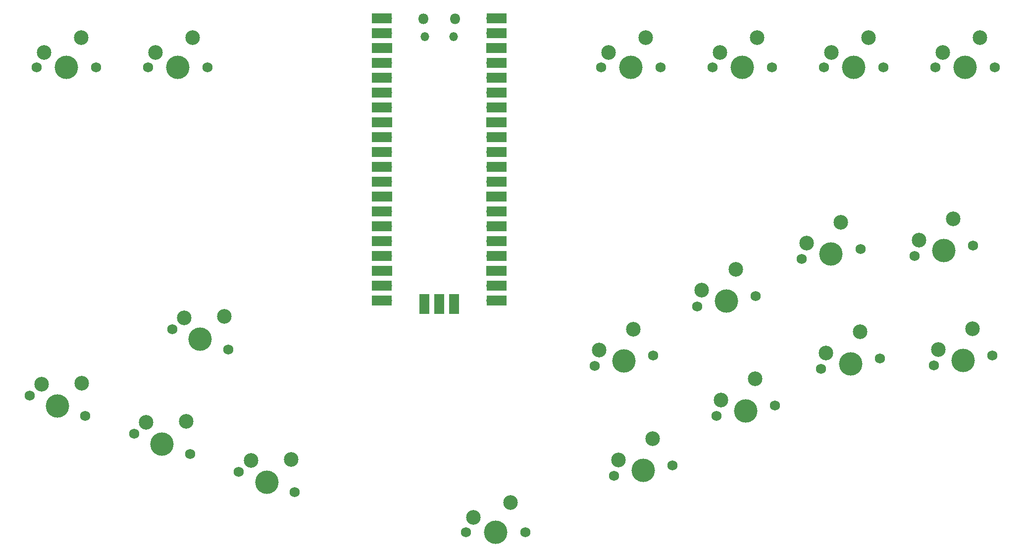
<source format=gbr>
%TF.GenerationSoftware,KiCad,Pcbnew,(6.0.4)*%
%TF.CreationDate,2022-07-04T15:55:19-04:00*%
%TF.ProjectId,cassowary,63617373-6f77-4617-9279-2e6b69636164,rev?*%
%TF.SameCoordinates,Original*%
%TF.FileFunction,Soldermask,Bot*%
%TF.FilePolarity,Negative*%
%FSLAX46Y46*%
G04 Gerber Fmt 4.6, Leading zero omitted, Abs format (unit mm)*
G04 Created by KiCad (PCBNEW (6.0.4)) date 2022-07-04 15:55:19*
%MOMM*%
%LPD*%
G01*
G04 APERTURE LIST*
%ADD10C,2.500000*%
%ADD11C,4.000000*%
%ADD12C,1.750000*%
%ADD13O,1.800000X1.800000*%
%ADD14O,1.500000X1.500000*%
%ADD15O,1.700000X1.700000*%
%ADD16R,3.500000X1.700000*%
%ADD17R,1.700000X1.700000*%
%ADD18R,1.700000X3.500000*%
G04 APERTURE END LIST*
D10*
%TO.C,MX19*%
X150368000Y-134874000D03*
X156718000Y-132334000D03*
D11*
X154178000Y-137414000D03*
D12*
X149098000Y-137414000D03*
X159258000Y-137414000D03*
%TD*%
%TO.C,MX3*%
X210312000Y-57912000D03*
D11*
X215392000Y-57912000D03*
D12*
X220472000Y-57912000D03*
D10*
X211582000Y-55372000D03*
X217932000Y-52832000D03*
%TD*%
D11*
%TO.C,MX7*%
X103664628Y-104460428D03*
D12*
X108438267Y-106197890D03*
X98890989Y-102722966D03*
D10*
X100953130Y-100770512D03*
X107788910Y-100555521D03*
%TD*%
D11*
%TO.C,MX9*%
X97149144Y-122361572D03*
D12*
X92375505Y-120624110D03*
X101922783Y-124099034D03*
D10*
X94437646Y-118671656D03*
X101273426Y-118456665D03*
%TD*%
D12*
%TO.C,MX16*%
X191921066Y-117563683D03*
D11*
X196923889Y-116681550D03*
D12*
X201926712Y-115799417D03*
D10*
X192730705Y-114841738D03*
X198543168Y-111237660D03*
%TD*%
D11*
%TO.C,MX8*%
X79248000Y-115846088D03*
D12*
X74474361Y-114108626D03*
X84021639Y-117583550D03*
D10*
X76536502Y-112156172D03*
X83372282Y-111941181D03*
%TD*%
D12*
%TO.C,MX17*%
X219849273Y-107738737D03*
D11*
X214846450Y-108620870D03*
D12*
X209843627Y-109503003D03*
D10*
X210653266Y-106781058D03*
X216465729Y-103176980D03*
%TD*%
D11*
%TO.C,MX5*%
X177292000Y-57912000D03*
D12*
X172212000Y-57912000D03*
X182372000Y-57912000D03*
D10*
X173482000Y-55372000D03*
X179832000Y-52832000D03*
%TD*%
D12*
%TO.C,MX10*%
X110276650Y-127139594D03*
X119823928Y-130614518D03*
D11*
X115050289Y-128877056D03*
D10*
X112338791Y-125187140D03*
X119174571Y-124972149D03*
%TD*%
D12*
%TO.C,MX14*%
X225781390Y-90185970D03*
X235787036Y-88421704D03*
D11*
X230784213Y-89303837D03*
D10*
X226591029Y-87464025D03*
X232403492Y-83859947D03*
%TD*%
D11*
%TO.C,MX15*%
X179382032Y-126901319D03*
D12*
X174379209Y-127783452D03*
X184384855Y-126019186D03*
D10*
X175188848Y-125061507D03*
X181001311Y-121457429D03*
%TD*%
D11*
%TO.C,MX4*%
X234442000Y-57912000D03*
D12*
X239522000Y-57912000D03*
X229362000Y-57912000D03*
D10*
X230632000Y-55372000D03*
X236982000Y-52832000D03*
%TD*%
D12*
%TO.C,MX12*%
X198618714Y-97038829D03*
X188613068Y-98803095D03*
D11*
X193615891Y-97920962D03*
D10*
X189422707Y-96081150D03*
X195235170Y-92477072D03*
%TD*%
D12*
%TO.C,MX6*%
X191262000Y-57912000D03*
X201422000Y-57912000D03*
D11*
X196342000Y-57912000D03*
D10*
X192532000Y-55372000D03*
X198882000Y-52832000D03*
%TD*%
D12*
%TO.C,MX2*%
X94742000Y-57912000D03*
D11*
X99822000Y-57912000D03*
D12*
X104902000Y-57912000D03*
D10*
X96012000Y-55372000D03*
X102362000Y-52832000D03*
%TD*%
D12*
%TO.C,MX1*%
X85852000Y-57912000D03*
D11*
X80772000Y-57912000D03*
D12*
X75692000Y-57912000D03*
D10*
X76962000Y-55372000D03*
X83312000Y-52832000D03*
%TD*%
D11*
%TO.C,MX13*%
X211538452Y-89860282D03*
D12*
X206535629Y-90742415D03*
X216541275Y-88978149D03*
D10*
X207345268Y-88020470D03*
X213157731Y-84416392D03*
%TD*%
D12*
%TO.C,MX11*%
X181076858Y-107258598D03*
X171071212Y-109022864D03*
D11*
X176074035Y-108140731D03*
D10*
X171880851Y-106300919D03*
X177693314Y-102696841D03*
%TD*%
D12*
%TO.C,MX18*%
X239095034Y-107182293D03*
X229089388Y-108946559D03*
D11*
X234092211Y-108064426D03*
D10*
X229899027Y-106224614D03*
X235711490Y-102620536D03*
%TD*%
D13*
%TO.C,U1*%
X147251000Y-49660000D03*
X141801000Y-49660000D03*
D14*
X142101000Y-52690000D03*
X146951000Y-52690000D03*
D15*
X153416000Y-49530000D03*
D16*
X154316000Y-49530000D03*
X154316000Y-52070000D03*
D15*
X153416000Y-52070000D03*
D16*
X154316000Y-54610000D03*
D17*
X153416000Y-54610000D03*
D15*
X153416000Y-57150000D03*
D16*
X154316000Y-57150000D03*
D15*
X153416000Y-59690000D03*
D16*
X154316000Y-59690000D03*
X154316000Y-62230000D03*
D15*
X153416000Y-62230000D03*
D16*
X154316000Y-64770000D03*
D15*
X153416000Y-64770000D03*
D17*
X153416000Y-67310000D03*
D16*
X154316000Y-67310000D03*
D15*
X153416000Y-69850000D03*
D16*
X154316000Y-69850000D03*
D15*
X153416000Y-72390000D03*
D16*
X154316000Y-72390000D03*
D15*
X153416000Y-74930000D03*
D16*
X154316000Y-74930000D03*
X154316000Y-77470000D03*
D15*
X153416000Y-77470000D03*
D16*
X154316000Y-80010000D03*
D17*
X153416000Y-80010000D03*
D15*
X153416000Y-82550000D03*
D16*
X154316000Y-82550000D03*
X154316000Y-85090000D03*
D15*
X153416000Y-85090000D03*
D16*
X154316000Y-87630000D03*
D15*
X153416000Y-87630000D03*
X153416000Y-90170000D03*
D16*
X154316000Y-90170000D03*
D17*
X153416000Y-92710000D03*
D16*
X154316000Y-92710000D03*
D15*
X153416000Y-95250000D03*
D16*
X154316000Y-95250000D03*
X154316000Y-97790000D03*
D15*
X153416000Y-97790000D03*
X135636000Y-97790000D03*
D16*
X134736000Y-97790000D03*
D15*
X135636000Y-95250000D03*
D16*
X134736000Y-95250000D03*
D17*
X135636000Y-92710000D03*
D16*
X134736000Y-92710000D03*
X134736000Y-90170000D03*
D15*
X135636000Y-90170000D03*
D16*
X134736000Y-87630000D03*
D15*
X135636000Y-87630000D03*
D16*
X134736000Y-85090000D03*
D15*
X135636000Y-85090000D03*
X135636000Y-82550000D03*
D16*
X134736000Y-82550000D03*
D17*
X135636000Y-80010000D03*
D16*
X134736000Y-80010000D03*
X134736000Y-77470000D03*
D15*
X135636000Y-77470000D03*
D16*
X134736000Y-74930000D03*
D15*
X135636000Y-74930000D03*
X135636000Y-72390000D03*
D16*
X134736000Y-72390000D03*
D15*
X135636000Y-69850000D03*
D16*
X134736000Y-69850000D03*
D17*
X135636000Y-67310000D03*
D16*
X134736000Y-67310000D03*
X134736000Y-64770000D03*
D15*
X135636000Y-64770000D03*
X135636000Y-62230000D03*
D16*
X134736000Y-62230000D03*
X134736000Y-59690000D03*
D15*
X135636000Y-59690000D03*
D16*
X134736000Y-57150000D03*
D15*
X135636000Y-57150000D03*
D16*
X134736000Y-54610000D03*
D17*
X135636000Y-54610000D03*
D15*
X135636000Y-52070000D03*
D16*
X134736000Y-52070000D03*
D15*
X135636000Y-49530000D03*
D16*
X134736000Y-49530000D03*
D18*
X147066000Y-98460000D03*
D15*
X147066000Y-97560000D03*
D18*
X144526000Y-98460000D03*
D17*
X144526000Y-97560000D03*
D18*
X141986000Y-98460000D03*
D15*
X141986000Y-97560000D03*
%TD*%
M02*

</source>
